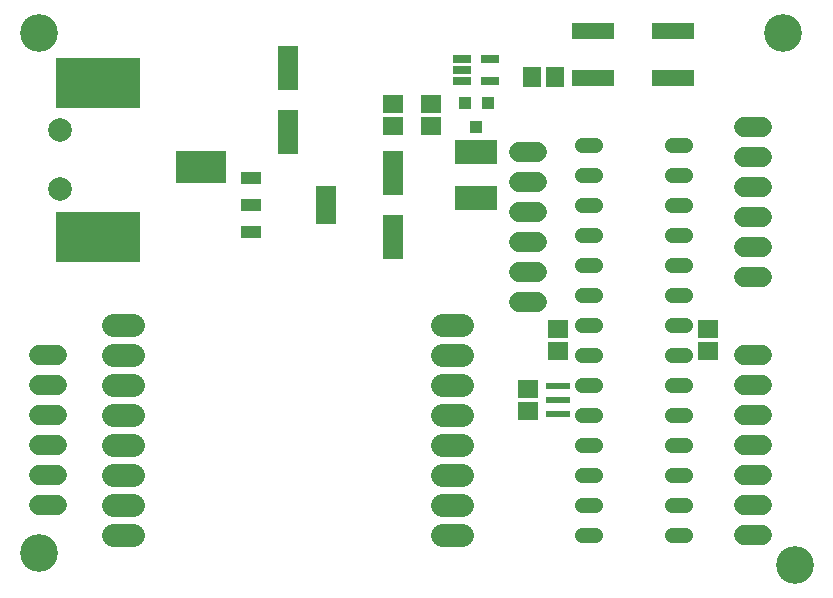
<source format=gbr>
G04 EAGLE Gerber RS-274X export*
G75*
%MOMM*%
%FSLAX34Y34*%
%LPD*%
%INSoldermask Top*%
%IPPOS*%
%AMOC8*
5,1,8,0,0,1.08239X$1,22.5*%
G01*
%ADD10C,3.203200*%
%ADD11R,1.803200X3.703200*%
%ADD12R,1.703200X1.503200*%
%ADD13R,4.203200X2.703200*%
%ADD14R,7.203200X4.203200*%
%ADD15C,2.003200*%
%ADD16C,1.727200*%
%ADD17R,1.503200X1.703200*%
%ADD18C,1.311200*%
%ADD19R,3.515000X1.315000*%
%ADD20R,1.803400X1.041400*%
%ADD21R,1.803400X3.251200*%
%ADD22C,1.908300*%
%ADD23R,2.103200X0.603200*%
%ADD24R,1.524000X0.762000*%
%ADD25R,0.990600X1.092200*%
%ADD26R,3.603200X2.103200*%


D10*
X30000Y10000D03*
X30000Y450000D03*
X670000Y0D03*
X660000Y450000D03*
D11*
X241300Y366700D03*
X241300Y420700D03*
X330200Y277800D03*
X330200Y331800D03*
D12*
X469900Y200000D03*
X469900Y181000D03*
X596900Y181000D03*
X596900Y200000D03*
D13*
X167700Y336900D03*
D14*
X80200Y407900D03*
X80200Y277900D03*
D15*
X47700Y367900D03*
X47700Y317900D03*
D16*
X45720Y50800D02*
X30480Y50800D01*
X30480Y76200D02*
X45720Y76200D01*
X45720Y101600D02*
X30480Y101600D01*
X30480Y127000D02*
X45720Y127000D01*
X45720Y152400D02*
X30480Y152400D01*
X30480Y177800D02*
X45720Y177800D01*
X627380Y370840D02*
X642620Y370840D01*
X642620Y345440D02*
X627380Y345440D01*
X627380Y320040D02*
X642620Y320040D01*
X642620Y294640D02*
X627380Y294640D01*
X627380Y269240D02*
X642620Y269240D01*
X642620Y243840D02*
X627380Y243840D01*
D17*
X447700Y412750D03*
X466700Y412750D03*
D12*
X444500Y130200D03*
X444500Y149200D03*
D18*
X565960Y25400D02*
X577040Y25400D01*
X500840Y25400D02*
X489760Y25400D01*
X489760Y50800D02*
X500840Y50800D01*
X500840Y76200D02*
X489760Y76200D01*
X565960Y50800D02*
X577040Y50800D01*
X577040Y76200D02*
X565960Y76200D01*
X500840Y101600D02*
X489760Y101600D01*
X489760Y127000D02*
X500840Y127000D01*
X500840Y152400D02*
X489760Y152400D01*
X489760Y177800D02*
X500840Y177800D01*
X500840Y203200D02*
X489760Y203200D01*
X489760Y228600D02*
X500840Y228600D01*
X500840Y254000D02*
X489760Y254000D01*
X489760Y279400D02*
X500840Y279400D01*
X500840Y304800D02*
X489760Y304800D01*
X489760Y330200D02*
X500840Y330200D01*
X500840Y355600D02*
X489760Y355600D01*
X565960Y355600D02*
X577040Y355600D01*
X577040Y330200D02*
X565960Y330200D01*
X565960Y304800D02*
X577040Y304800D01*
X577040Y279400D02*
X565960Y279400D01*
X565960Y254000D02*
X577040Y254000D01*
X577040Y228600D02*
X565960Y228600D01*
X565960Y203200D02*
X577040Y203200D01*
X577040Y177800D02*
X565960Y177800D01*
X565960Y152400D02*
X577040Y152400D01*
X577040Y127000D02*
X565960Y127000D01*
X565960Y101600D02*
X577040Y101600D01*
D19*
X499400Y451800D03*
X499400Y411800D03*
X567400Y411800D03*
X567400Y451800D03*
D20*
X209296Y327800D03*
X209296Y304800D03*
X209296Y281800D03*
D21*
X273304Y304800D03*
D22*
X110126Y203200D02*
X93075Y203200D01*
X93075Y177800D02*
X110126Y177800D01*
X110126Y152400D02*
X93075Y152400D01*
X93075Y127000D02*
X110126Y127000D01*
X110126Y101600D02*
X93075Y101600D01*
X93075Y76200D02*
X110126Y76200D01*
X110126Y50800D02*
X93075Y50800D01*
X93075Y25400D02*
X110126Y25400D01*
X371475Y25400D02*
X388526Y25400D01*
X388526Y50800D02*
X371475Y50800D01*
X371475Y76200D02*
X388526Y76200D01*
X388526Y101600D02*
X371475Y101600D01*
X371475Y127000D02*
X388526Y127000D01*
X388526Y152400D02*
X371475Y152400D01*
X371475Y177800D02*
X388526Y177800D01*
X388526Y203200D02*
X371475Y203200D01*
D23*
X469900Y151700D03*
X469900Y139700D03*
X469900Y127700D03*
D16*
X627380Y177800D02*
X642620Y177800D01*
X642620Y152400D02*
X627380Y152400D01*
X627380Y127000D02*
X642620Y127000D01*
X642620Y101600D02*
X627380Y101600D01*
X627380Y76200D02*
X642620Y76200D01*
X642620Y50800D02*
X627380Y50800D01*
X627380Y25400D02*
X642620Y25400D01*
D24*
X388112Y428600D03*
X388112Y419100D03*
X388112Y409600D03*
X411988Y409600D03*
X411988Y428600D03*
D25*
X409956Y391160D03*
X390652Y391160D03*
X400304Y370840D03*
D16*
X436880Y222250D02*
X452120Y222250D01*
X452120Y247650D02*
X436880Y247650D01*
X436880Y273050D02*
X452120Y273050D01*
X452120Y298450D02*
X436880Y298450D01*
X436880Y323850D02*
X452120Y323850D01*
X452120Y349250D02*
X436880Y349250D01*
D26*
X400050Y349700D03*
X400050Y310700D03*
D12*
X330200Y371500D03*
X330200Y390500D03*
X361950Y390500D03*
X361950Y371500D03*
M02*

</source>
